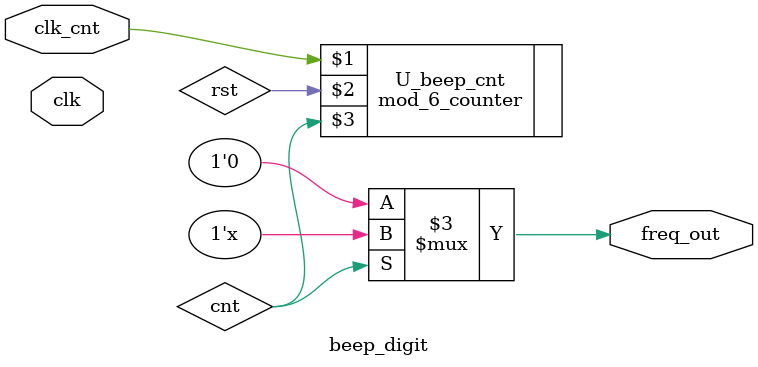
<source format=v>
module beep_digit(clk, clk_cnt, freq_out);
input clk, clk_cnt;
output freq_out;

wire cnt;
reg freq_out;
mod_6_counter U_beep_cnt (clk_cnt, rst, cnt);

always @(clk) begin

if(cnt == 0)
freq_out <= 638;
end

endmodule

</source>
